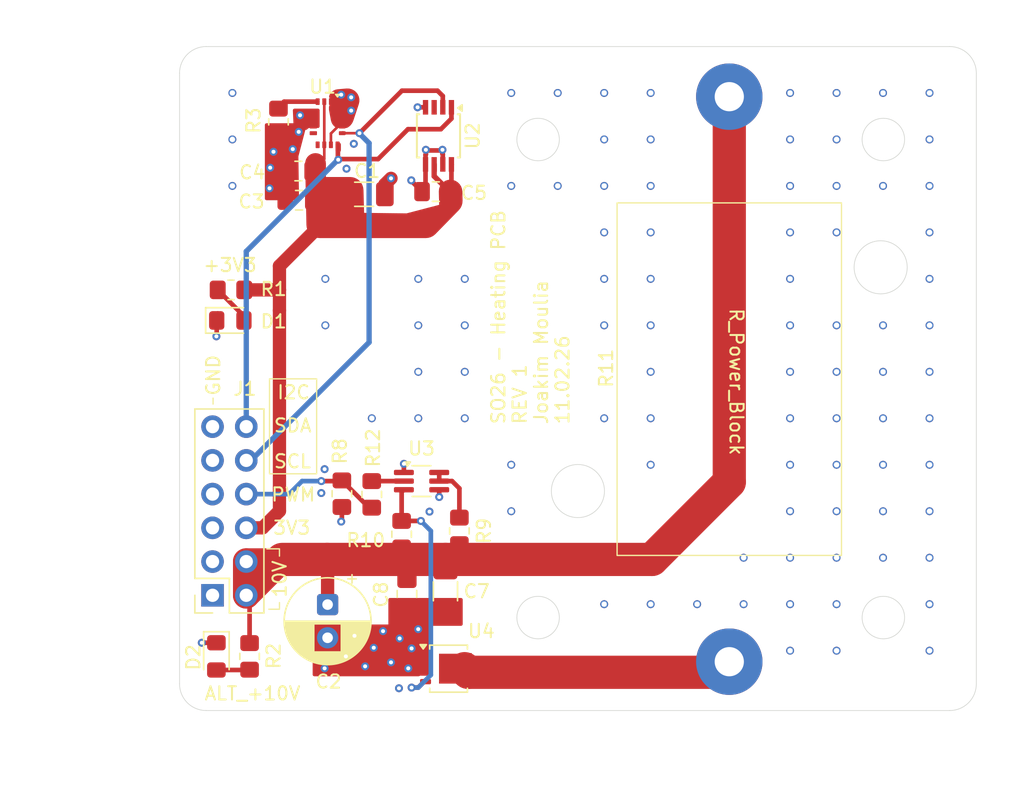
<source format=kicad_pcb>
(kicad_pcb (version 20241229) (generator "pcbnew") (generator_version "9.0")
  (title_block (title "SO26 Heating element") (date "2026-02-11") (rev "1") (company "Orbit NTNU"))
  (layers (0 "F.Cu" signal) (4 "In1.Cu" signal) (6 "In2.Cu" signal) (2 "B.Cu" signal) (13 "F.Paste" user) (15 "B.Paste" user) (5 "F.SilkS" user "F.Silkscreen") (7 "B.SilkS" user "B.Silkscreen") (1 "F.Mask" user) (3 "B.Mask" user) (25 "Edge.Cuts" user))
  (net 0 "")
  (net 1 "+3V3")
  (net 2 "GND")
  (net 3 "ALT_+10V")
  (net 4 "Net-(D1-A)")
  (net 5 "Net-(D2-A)")
  (net 6 "/PWM_HEATER")
  (net 7 "/I2C_SCL")
  (net 8 "/I2C_SDA")
  (net 9 "Net-(U1-REXT)")
  (net 11 "Net-(U3-D1)")
  (net 12 "Net-(U3-D2)")
  (net 13 "Net-(U3-G1)")
  (net 14 "Net-(U4-D)")
  (footprint "Package_SO:TSSOP-8_3x3mm_P0.65mm" (layer "F.Cu") (at 51.275 38.5 -90)
    (property "Reference" "U2" (at 0 -2.575 270) (layer "F.SilkS"))
    (property "Value" "PCT2075")
    (pad "1" smd rect (at -2.15 -0.975 270) (size 1.1 0.4) (layers "F.Cu" "F.Mask" "F.Paste") (net 8 "/I2C_SDA"))
    (pad "2" smd rect (at -2.15 -0.325 270) (size 1.1 0.4) (layers "F.Cu" "F.Mask" "F.Paste") (net 7 "/I2C_SCL"))
    (pad "3" smd rect (at -2.15 0.325 270) (size 1.1 0.4) (layers "F.Cu" "F.Mask" "F.Paste"))
    (pad "4" smd rect (at -2.15 0.975 270) (size 1.1 0.4) (layers "F.Cu" "F.Mask" "F.Paste") (net 2 "GND"))
    (pad "5" smd rect (at 2.15 0.975 270) (size 1.1 0.4) (layers "F.Cu" "F.Mask" "F.Paste") (net 2 "GND"))
    (pad "6" smd rect (at 2.15 0.325 270) (size 1.1 0.4) (layers "F.Cu" "F.Mask" "F.Paste") (net 1 "+3V3"))
    (pad "7" smd rect (at 2.15 -0.325 270) (size 1.1 0.4) (layers "F.Cu" "F.Mask" "F.Paste") (net 2 "GND"))
    (pad "8" smd rect (at 2.15 -0.975 270) (size 1.1 0.4) (layers "F.Cu" "F.Mask" "F.Paste") (net 1 "+3V3"))
  )
  (footprint "MyFootprints:R_Power_Block_27x17_Pxx" (layer "F.Cu") (at 73.175 35.55 -90)
    (property "Reference" "R11" (at 20.45 9.275 90) (layer "F.SilkS"))
    (property "Value" "5R")
    (fp_circle (center 29.7 11.4) (end 31.7 11.4) (stroke (width 0.05)) (fill no) (layer "Edge.Cuts"))
    (fp_circle (center 12.85 -11.4) (end 14.85 -11.4) (stroke (width 0.05)) (fill no) (layer "Edge.Cuts"))
    (fp_text user "R_Power_Block" (at 15.85 0.05 270) (layer "F.SilkS") (effects (justify left bottom)))
    (pad "1" thru_hole circle (at 0 0 270) (size 5 5) (drill 2.2) (layers "*.Cu" "*.Mask") (net 3 "ALT_+10V"))
    (pad "2" thru_hole circle (at 42.55 0 270) (size 5 5) (drill 2.2) (layers "*.Cu" "*.Mask") (net 14 "Net-(U4-D)"))
  )
  (footprint "Capacitor_SMD:C_0805_2012Metric_Pad1.18x1.45mm_HandSolder" (layer "F.Cu") (at 51.075 42.7)
    (property "Reference" "C5" (at 2.875 0.1 0) (layer "F.SilkS"))
    (property "Value" "100n")
    (pad "1" smd roundrect (at -1.0375 0) (size 1.175 1.45) (layers "F.Cu" "F.Mask" "F.Paste") (roundrect_rratio 0.212766) (net 2 "GND"))
    (pad "2" smd roundrect (at 1.0375 0) (size 1.175 1.45) (layers "F.Cu" "F.Mask" "F.Paste") (roundrect_rratio 0.212766) (net 1 "+3V3"))
  )
  (footprint "Capacitor_THT:CP_Radial_D6.3mm_P2.50mm" (layer "F.Cu") (at 42.924819 73.8 -90)
    (property "Reference" "C2" (at 5.8 -0.075181 180) (layer "F.SilkS"))
    (property "Value" "100u")
    (pad "1" thru_hole roundrect (at 0 0 270) (size 1.6 1.6) (drill 0.8) (layers "*.Cu" "*.Mask") (roundrect_rratio 0.15625) (net 3 "ALT_+10V"))
    (pad "2" thru_hole circle (at 2.5 0 270) (size 1.6 1.6) (drill 0.8) (layers "*.Cu" "*.Mask") (net 2 "GND"))
  )
  (footprint "Resistor_SMD:R_0805_2012Metric_Pad1.20x1.40mm_HandSolder" (layer "F.Cu") (at 44 65.45 -90)
    (property "Reference" "R8" (at -3.2 0.15 90) (layer "F.SilkS"))
    (property "Value" "10k")
    (pad "1" smd roundrect (at -1 0 270) (size 1.2 1.4) (layers "F.Cu" "F.Mask" "F.Paste") (roundrect_rratio 0.208333) (net 6 "/PWM_HEATER"))
    (pad "2" smd roundrect (at 1 0 270) (size 1.2 1.4) (layers "F.Cu" "F.Mask" "F.Paste") (roundrect_rratio 0.208333) (net 2 "GND"))
  )
  (footprint "Package_TO_SOT_SMD:SOT-363_SC-70-6_Handsoldering" (layer "F.Cu") (at 50 64.5)
    (property "Reference" "U3" (at 0 -2.45 0) (layer "F.SilkS"))
    (property "Value" "NTJD5121NT1G")
    (pad "1" smd roundrect (at -1.33 -0.65) (size 1.5 0.4) (layers "F.Cu" "F.Mask" "F.Paste") (net 2 "GND"))
    (pad "2" smd roundrect (at -1.33 0) (size 1.5 0.4) (layers "F.Cu" "F.Mask" "F.Paste") (net 13 "Net-(U3-G1)"))
    (pad "3" smd roundrect (at -1.33 0.65) (size 1.5 0.4) (layers "F.Cu" "F.Mask" "F.Paste") (net 12 "Net-(U3-D2)"))
    (pad "4" smd roundrect (at 1.33 0.65) (size 1.5 0.4) (layers "F.Cu" "F.Mask" "F.Paste") (net 2 "GND"))
    (pad "5" smd roundrect (at 1.33 0) (size 1.5 0.4) (layers "F.Cu" "F.Mask" "F.Paste") (net 11 "Net-(U3-D1)"))
    (pad "6" smd roundrect (at 1.33 -0.65) (size 1.5 0.4) (layers "F.Cu" "F.Mask" "F.Paste") (net 11 "Net-(U3-D1)"))
  )
  (footprint "Capacitor_SMD:C_0805_2012Metric_Pad1.18x1.45mm_HandSolder" (layer "F.Cu") (at 40.725 41.15)
    (property "Reference" "C4" (at -3.475 0.1 0) (layer "F.SilkS"))
    (property "Value" "100n")
    (pad "1" smd roundrect (at -1.0375 0) (size 1.175 1.45) (layers "F.Cu" "F.Mask" "F.Paste") (roundrect_rratio 0.212766) (net 2 "GND"))
    (pad "2" smd roundrect (at 1.0375 0) (size 1.175 1.45) (layers "F.Cu" "F.Mask" "F.Paste") (roundrect_rratio 0.212766) (net 1 "+3V3"))
  )
  (footprint "LED_SMD:LED_0805_2012Metric_Pad1.15x1.40mm_HandSolder" (layer "F.Cu") (at 34.55 77.7 -90)
    (property "Reference" "D2" (at 0.0748 1.7332 270) (layer "F.SilkS"))
    (property "Value" "LED_PWR")
    (pad "1" smd roundrect (at -1.025 0 270) (size 1.15 1.4) (layers "F.Cu" "F.Mask" "F.Paste") (roundrect_rratio 0.217391) (net 2 "GND"))
    (pad "2" smd roundrect (at 1.025 0 270) (size 1.15 1.4) (layers "F.Cu" "F.Mask" "F.Paste") (roundrect_rratio 0.217391) (net 5 "Net-(D2-A)"))
  )
  (footprint "Resistor_SMD:R_0805_2012Metric_Pad1.20x1.40mm_HandSolder" (layer "F.Cu") (at 52.85 68.25 -90)
    (property "Reference" "R9" (at 0 -1.85 90) (layer "F.SilkS"))
    (property "Value" "10k")
    (pad "1" smd roundrect (at -1 0 270) (size 1.2 1.4) (layers "F.Cu" "F.Mask" "F.Paste") (roundrect_rratio 0.208333) (net 11 "Net-(U3-D1)"))
    (pad "2" smd roundrect (at 1 0 270) (size 1.2 1.4) (layers "F.Cu" "F.Mask" "F.Paste") (roundrect_rratio 0.208333) (net 3 "ALT_+10V"))
  )
  (footprint "Resistor_SMD:R_0805_2012Metric_Pad1.20x1.40mm_HandSolder" (layer "F.Cu") (at 48.5 68.5 90)
    (property "Reference" "R10" (at -0.45 -2.7 180) (layer "F.SilkS"))
    (property "Value" "10k")
    (pad "1" smd roundrect (at -1 0 90) (size 1.2 1.4) (layers "F.Cu" "F.Mask" "F.Paste") (roundrect_rratio 0.208333) (net 3 "ALT_+10V"))
    (pad "2" smd roundrect (at 1 0 90) (size 1.2 1.4) (layers "F.Cu" "F.Mask" "F.Paste") (roundrect_rratio 0.208333) (net 12 "Net-(U3-D2)"))
  )
  (footprint "Capacitor_SMD:C_1206_3216Metric_Pad1.33x1.80mm_HandSolder" (layer "F.Cu") (at 45.675 42.9)
    (property "Reference" "C1" (at 0.225 -1.75 0) (layer "F.SilkS"))
    (property "Value" "10u")
    (pad "1" smd roundrect (at -1.5625 0) (size 1.325 1.8) (layers "F.Cu" "F.Mask" "F.Paste") (roundrect_rratio 0.188679) (net 1 "+3V3"))
    (pad "2" smd roundrect (at 1.5625 0) (size 1.325 1.8) (layers "F.Cu" "F.Mask" "F.Paste") (roundrect_rratio 0.188679) (net 2 "GND"))
  )
  (footprint "LED_SMD:LED_0805_2012Metric_Pad1.15x1.40mm_HandSolder" (layer "F.Cu") (at 35.6 52.4)
    (property "Reference" "D1" (at 3.262 0.0764 0) (layer "F.SilkS"))
    (property "Value" "LED_PWR")
    (pad "1" smd roundrect (at -1.025 0) (size 1.15 1.4) (layers "F.Cu" "F.Mask" "F.Paste") (roundrect_rratio 0.217391) (net 2 "GND"))
    (pad "2" smd roundrect (at 1.025 0) (size 1.15 1.4) (layers "F.Cu" "F.Mask" "F.Paste") (roundrect_rratio 0.217391) (net 4 "Net-(D1-A)"))
  )
  (footprint "MyFootprints:UV_sensor" (layer "F.Cu") (at 41.625 39.375)
    (property "Reference" "U1" (at 0.925 -4.575 0) (layer "F.SilkS"))
    (property "Value" "AS7331")
    (pad "1" smd roundrect (at 2.049999 -3.45) (size 0.299998 0.5) (layers "F.Cu" "F.Mask" "F.Paste") (roundrect_rratio 0.15) (net 2 "GND"))
    (pad "2" smd roundrect (at 1.55 -3.45) (size 0.3 0.5) (layers "F.Cu" "F.Mask" "F.Paste") (roundrect_rratio 0.15) (net 2 "GND"))
    (pad "3" smd roundrect (at 1.05 -3.45) (size 0.3 0.5) (layers "F.Cu" "F.Mask" "F.Paste") (roundrect_rratio 0.15) (net 1 "+3V3"))
    (pad "4" smd roundrect (at 0.55 -3.45) (size 0.3 0.5) (layers "F.Cu" "F.Mask" "F.Paste") (roundrect_rratio 0.15) (net 9 "Net-(U1-REXT)"))
    (pad "5" smd roundrect (at 0.225 -2.574998 90) (size 0.299996 0.55) (layers "F.Cu" "F.Mask" "F.Paste") (roundrect_rratio 0.15) (net 2 "GND"))
    (pad "6" smd roundrect (at 0.225 -2.075 90) (size 0.3 0.55) (layers "F.Cu" "F.Mask" "F.Paste") (roundrect_rratio 0.15) (net 2 "GND"))
    (pad "7" smd roundrect (at 0.225 -1.575 90) (size 0.3 0.55) (layers "F.Cu" "F.Mask" "F.Paste") (roundrect_rratio 0.15) (net 2 "GND"))
    (pad "8" smd roundrect (at 0.225 -1.075 90) (size 0.3 0.55) (layers "F.Cu" "F.Mask" "F.Paste") (roundrect_rratio 0.15))
    (pad "9" smd roundrect (at 0.55 -0.2) (size 0.3 0.5) (layers "F.Cu" "F.Mask" "F.Paste") (roundrect_rratio 0.15))
    (pad "10" smd roundrect (at 1.049999 -0.2) (size 0.299998 0.5) (layers "F.Cu" "F.Mask" "F.Paste") (roundrect_rratio 0.15) (net 1 "+3V3"))
    (pad "11" smd roundrect (at 1.55 -0.2) (size 0.3 0.5) (layers "F.Cu" "F.Mask" "F.Paste") (roundrect_rratio 0.15) (net 2 "GND"))
    (pad "12" smd roundrect (at 2.05 -0.2) (size 0.3 0.5) (layers "F.Cu" "F.Mask" "F.Paste") (roundrect_rratio 0.15) (net 8 "/I2C_SDA"))
    (pad "13" smd roundrect (at 2.399999 -1.074998 90) (size 0.299996 0.499998) (layers "F.Cu" "F.Mask" "F.Paste") (roundrect_rratio 0.15) (net 7 "/I2C_SCL"))
    (pad "14" smd roundrect (at 2.399999 -1.574998 90) (size 0.299996 0.499998) (layers "F.Cu" "F.Mask" "F.Paste") (roundrect_rratio 0.15) (net 2 "GND"))
    (pad "15" smd roundrect (at 2.4 -2.074999 90) (size 0.299998 0.5) (layers "F.Cu" "F.Mask" "F.Paste") (roundrect_rratio 0.15) (net 2 "GND"))
    (pad "16" smd roundrect (at 2.4 -2.575 90) (size 0.3 0.5) (layers "F.Cu" "F.Mask" "F.Paste") (roundrect_rratio 0.15) (net 2 "GND"))
  )
  (footprint "Capacitor_SMD:C_1206_3216Metric_Pad1.33x1.80mm_HandSolder" (layer "F.Cu") (at 51.8 72.8 -90)
    (property "Reference" "C7" (at 0 -2.35 180) (layer "F.SilkS"))
    (property "Value" "10u")
    (pad "1" smd roundrect (at -1.5625 0 270) (size 1.325 1.8) (layers "F.Cu" "F.Mask" "F.Paste") (roundrect_rratio 0.188679) (net 3 "ALT_+10V"))
    (pad "2" smd roundrect (at 1.5625 0 270) (size 1.325 1.8) (layers "F.Cu" "F.Mask" "F.Paste") (roundrect_rratio 0.188679) (net 2 "GND"))
  )
  (footprint "Capacitor_SMD:C_0805_2012Metric_Pad1.18x1.45mm_HandSolder" (layer "F.Cu") (at 40.775 43.35 180)
    (property "Reference" "C3" (at 3.575 -0.1 0) (layer "F.SilkS"))
    (property "Value" "100n")
    (pad "1" smd roundrect (at -1.0375 0 180) (size 1.175 1.45) (layers "F.Cu" "F.Mask" "F.Paste") (roundrect_rratio 0.212766) (net 1 "+3V3"))
    (pad "2" smd roundrect (at 1.0375 0 180) (size 1.175 1.45) (layers "F.Cu" "F.Mask" "F.Paste") (roundrect_rratio 0.212766) (net 2 "GND"))
  )
  (footprint "Capacitor_SMD:C_0805_2012Metric_Pad1.18x1.45mm_HandSolder" (layer "F.Cu") (at 48.9 73 -90)
    (property "Reference" "C8" (at 0.05 1.95 270) (layer "F.SilkS"))
    (property "Value" "100n")
    (pad "1" smd roundrect (at -1.0375 0 270) (size 1.175 1.45) (layers "F.Cu" "F.Mask" "F.Paste") (roundrect_rratio 0.212766) (net 3 "ALT_+10V"))
    (pad "2" smd roundrect (at 1.0375 0 270) (size 1.175 1.45) (layers "F.Cu" "F.Mask" "F.Paste") (roundrect_rratio 0.212766) (net 2 "GND"))
  )
  (footprint "Connector_PinSocket_2.54mm:PinSocket_2x06_P2.54mm_Vertical" (layer "F.Cu") (at 34.26 73.1 180)
    (property "Reference" "J1" (at -2.44 15.55 0) (layer "F.SilkS"))
    (property "Value" "Conn_02x06_Odd_Even")
    (pad "1" thru_hole rect (at 0 0 180) (size 1.7 1.7) (drill 1) (layers "*.Cu" "*.Mask") (net 2 "GND"))
    (pad "2" thru_hole circle (at -2.54 0 180) (size 1.7 1.7) (drill 1) (layers "*.Cu" "*.Mask") (net 3 "ALT_+10V"))
    (pad "3" thru_hole circle (at 0 2.54 180) (size 1.7 1.7) (drill 1) (layers "*.Cu" "*.Mask") (net 2 "GND"))
    (pad "4" thru_hole circle (at -2.54 2.54 180) (size 1.7 1.7) (drill 1) (layers "*.Cu" "*.Mask") (net 3 "ALT_+10V"))
    (pad "5" thru_hole circle (at 0 5.08 180) (size 1.7 1.7) (drill 1) (layers "*.Cu" "*.Mask") (net 2 "GND"))
    (pad "6" thru_hole circle (at -2.54 5.08 180) (size 1.7 1.7) (drill 1) (layers "*.Cu" "*.Mask") (net 1 "+3V3"))
    (pad "7" thru_hole circle (at 0 7.62 180) (size 1.7 1.7) (drill 1) (layers "*.Cu" "*.Mask") (net 2 "GND"))
    (pad "8" thru_hole circle (at -2.54 7.62 180) (size 1.7 1.7) (drill 1) (layers "*.Cu" "*.Mask") (net 6 "/PWM_HEATER"))
    (pad "9" thru_hole circle (at 0 10.16 180) (size 1.7 1.7) (drill 1) (layers "*.Cu" "*.Mask") (net 2 "GND"))
    (pad "10" thru_hole circle (at -2.54 10.16 180) (size 1.7 1.7) (drill 1) (layers "*.Cu" "*.Mask") (net 7 "/I2C_SCL"))
    (pad "11" thru_hole circle (at 0 12.7 180) (size 1.7 1.7) (drill 1) (layers "*.Cu" "*.Mask") (net 2 "GND"))
    (pad "12" thru_hole circle (at -2.54 12.7 180) (size 1.7 1.7) (drill 1) (layers "*.Cu" "*.Mask") (net 8 "/I2C_SDA"))
  )
  (footprint "Package_TO_SOT_SMD:LFPAK33" (layer "F.Cu") (at 51.835 78.625)
    (property "Reference" "U4" (at 2.665 -2.825 0) (layer "F.SilkS"))
    (property "Value" "PXN6R2-25QLJ")
    (pad "1" smd roundrect (at -1.535 -0.975) (size 0.83 0.4) (layers "F.Cu" "F.Mask") (net 2 "GND"))
    (pad "2" smd roundrect (at -1.535 -0.325) (size 0.83 0.4) (layers "F.Cu" "F.Mask") (net 2 "GND"))
    (pad "3" smd roundrect (at -1.535 0.325) (size 0.83 0.4) (layers "F.Cu" "F.Mask") (net 2 "GND"))
    (pad "4" smd roundrect (at -1.535 0.975) (size 0.83 0.4) (layers "F.Cu" "F.Mask") (net 12 "Net-(U3-D2)"))
    (pad "5" smd custom (at 0.405 0) (size 1.85 2.25) (layers "F.Cu" "F.Mask") (net 14 "Net-(U4-D)") (options (clearance outline) (anchor rect)) (primitives (gr_poly (pts (xy 1.545 -0.775) (xy 0.925 -0.775) (xy 0.925 -1.175) (xy 1.545 -1.175)) (width 0) (fill yes)) (gr_poly (pts (xy 1.545 -0.125) (xy 0.925 -0.125) (xy 0.925 -0.525) (xy 1.545 -0.525)) (width 0) (fill yes)) (gr_poly (pts (xy 1.545 0.525) (xy 0.925 0.525) (xy 0.925 0.125) (xy 1.545 0.125)) (width 0) (fill yes)) (gr_poly (pts (xy 1.545 1.175) (xy 0.925 1.175) (xy 0.925 0.775) (xy 1.545 0.775)) (width 0) (fill yes))))
  )
  (footprint "Resistor_SMD:R_0805_2012Metric_Pad1.20x1.40mm_HandSolder" (layer "F.Cu") (at 39.225 37.45 -90)
    (property "Reference" "R3" (at -0.1 1.875 90) (layer "F.SilkS"))
    (property "Value" "3.3Meg")
    (pad "1" smd roundrect (at -1 0 270) (size 1.2 1.4) (layers "F.Cu" "F.Mask" "F.Paste") (roundrect_rratio 0.208333) (net 9 "Net-(U1-REXT)"))
    (pad "2" smd roundrect (at 1 0 270) (size 1.2 1.4) (layers "F.Cu" "F.Mask" "F.Paste") (roundrect_rratio 0.208333) (net 2 "GND"))
  )
  (footprint "Resistor_SMD:R_0805_2012Metric_Pad1.20x1.40mm_HandSolder" (layer "F.Cu") (at 46.25 65.5 90)
    (property "Reference" "R12" (at 3.5 0.1 270) (layer "F.SilkS"))
    (property "Value" "10k")
    (pad "1" smd roundrect (at -1 0 90) (size 1.2 1.4) (layers "F.Cu" "F.Mask" "F.Paste") (roundrect_rratio 0.208333) (net 6 "/PWM_HEATER"))
    (pad "2" smd roundrect (at 1 0 90) (size 1.2 1.4) (layers "F.Cu" "F.Mask" "F.Paste") (roundrect_rratio 0.208333) (net 13 "Net-(U3-G1)"))
  )
  (footprint "Resistor_SMD:R_0805_2012Metric_Pad1.20x1.40mm_HandSolder" (layer "F.Cu") (at 37.05 77.7 90)
    (property "Reference" "R2" (at 0.0268 1.812 270) (layer "F.SilkS"))
    (property "Value" "10k")
    (pad "1" smd roundrect (at -1 0 90) (size 1.2 1.4) (layers "F.Cu" "F.Mask" "F.Paste") (roundrect_rratio 0.208333) (net 5 "Net-(D2-A)"))
    (pad "2" smd roundrect (at 1 0 90) (size 1.2 1.4) (layers "F.Cu" "F.Mask" "F.Paste") (roundrect_rratio 0.208333) (net 3 "ALT_+10V"))
  )
  (footprint "Resistor_SMD:R_0805_2012Metric_Pad1.20x1.40mm_HandSolder" (layer "F.Cu") (at 35.65 50.1)
    (property "Reference" "R1" (at 3.212 -0.062 180) (layer "F.SilkS"))
    (property "Value" "10k")
    (pad "1" smd roundrect (at -1 0) (size 1.2 1.4) (layers "F.Cu" "F.Mask" "F.Paste") (roundrect_rratio 0.208333) (net 4 "Net-(D1-A)"))
    (pad "2" smd roundrect (at 1 0) (size 1.2 1.4) (layers "F.Cu" "F.Mask" "F.Paste") (roundrect_rratio 0.208333) (net 1 "+3V3"))
  )
  (gr_line (start 34.3 58.25) (end 34.3 58.7) (stroke (width 0.1)) (layer "F.SilkS"))
  (gr_line (start 39.3 70.15) (end 39.3 69.6) (stroke (width 0.1)) (layer "F.SilkS"))
  (gr_rect (start 38.55 56.8) (end 42.1 63.95) (stroke (width 0.1)) (fill no) (layer "F.SilkS"))
  (gr_line (start 39.25 69.6) (end 38.35 69.6) (stroke (width 0.1)) (layer "F.SilkS"))
  (gr_line (start 39.3 73.65) (end 39.3 74.1) (stroke (width 0.1)) (layer "F.SilkS"))
  (gr_line (start 39.3 74.15) (end 38.5 74.15) (stroke (width 0.1)) (layer "F.SilkS"))
  (gr_arc (start 89.777251 31.777251) (mid 91.191478 32.363023) (end 91.777251 33.777251) (stroke (width 0.05)) (layer "Edge.Cuts"))
  (gr_arc (start 31.777251 33.777251) (mid 32.363037 32.363037) (end 33.777251 31.777251) (stroke (width 0.05)) (layer "Edge.Cuts"))
  (gr_arc (start 33.777251 81.777251) (mid 32.363036 81.191465) (end 31.777251 79.777251) (stroke (width 0.05)) (layer "Edge.Cuts"))
  (gr_circle (center 84.777251 74.777251) (end 86.377251 74.777251) (stroke (width 0.05)) (fill no) (layer "Edge.Cuts"))
  (gr_arc (start 91.777251 79.777251) (mid 91.191465 81.191465) (end 89.777251 81.777251) (stroke (width 0.05)) (layer "Edge.Cuts"))
  (gr_line (start 91.777251 33.777251) (end 91.777251 79.777251) (stroke (width 0.05)) (layer "Edge.Cuts"))
  (gr_circle (center 84.777251 38.777251) (end 86.377251 38.777251) (stroke (width 0.05)) (fill no) (layer "Edge.Cuts"))
  (gr_circle (center 58.777251 38.777251) (end 60.377251 38.777251) (stroke (width 0.05)) (fill no) (layer "Edge.Cuts"))
  (gr_circle (center 58.777251 74.777251) (end 60.377251 74.777251) (stroke (width 0.05)) (fill no) (layer "Edge.Cuts"))
  (gr_line (start 31.777251 79.777251) (end 31.777251 33.777251) (stroke (width 0.05)) (layer "Edge.Cuts"))
  (gr_line (start 33.777251 31.777251) (end 89.777251 31.777251) (stroke (width 0.05)) (layer "Edge.Cuts"))
  (gr_line (start 89.777251 81.777251) (end 33.777251 81.777251) (stroke (width 0.05)) (layer "Edge.Cuts"))
  (gr_text "I2C" (at 39.05 58.4 0) (layer "F.SilkS") (effects (font (size 1 1)) (justify left bottom)))
  (gr_text "ALT_+10V" (at 33.5788 81.0768 0) (layer "F.SilkS") (effects (font (size 1 1)) (justify left bottom)))
  (gr_text "PWM" (at 38.6 66.1 0) (layer "F.SilkS") (effects (font (size 1 1)) (justify left bottom)))
  (gr_text "3V3" (at 38.75 68.6 0) (layer "F.SilkS") (effects (font (size 1 1)) (justify left bottom)))
  (gr_text "GND" (at 34.9 58.15 90) (layer "F.SilkS") (effects (font (size 1 1)) (justify left bottom)))
  (gr_text "10V" (at 39.9 73.35 90) (layer "F.SilkS") (effects (font (size 1 1)) (justify left bottom)))
  (gr_text "+3V3" (at 33.4772 48.8188 0) (layer "F.SilkS") (effects (font (size 1 1)) (justify left bottom)))
  (gr_text "SO26 - Heating PCB\nREV 1\nJoakim Moulia\n11.02.26" (at 61.2 60.3 90) (layer "F.SilkS") (effects (font (size 1 1)) (justify left bottom)))
  (gr_text "SDA" (at 38.8 60.9 0) (layer "F.SilkS") (effects (font (size 1 1)) (justify left bottom)))
  (gr_text "SCL" (at 38.8 63.6 0) (layer "F.SilkS") (effects (font (size 1 1)) (justify left bottom)))
  (segment (start 41.8125 41.2) (end 41.7625 41.15) (width 1) (layer "F.Cu") (net 1))
  (segment (start 39.3 50.1) (end 39.3 48.3) (width 1) (layer "F.Cu") (net 1))
  (segment (start 39.3 66.75) (end 38.03 68.02) (width 1) (layer "F.Cu") (net 1))
  (segment (start 52.25 40.65) (end 52.275 40.675) (width 0.35) (layer "F.Cu") (net 1))
  (segment (start 52.25 40.65) (end 52.25 42.5625) (width 0.35) (layer "F.Cu") (net 1))
  (segment (start 42.674999 40.237501) (end 41.7625 41.15) (width 0.2) (layer "F.Cu") (net 1))
  (segment (start 38.03 68.02) (end 36.8 68.02) (width 1) (layer "F.Cu") (net 1))
  (segment (start 36.65 50.1) (end 39.3 50.1) (width 1) (layer "F.Cu") (net 1))
  (segment (start 42.674999 39.175) (end 42.675 35.925) (width 0.2) (layer "F.Cu") (net 1))
  (segment (start 39.3 48.3) (end 42.4 45.2) (width 1) (layer "F.Cu") (net 1))
  (segment (start 50.95 41.5375) (end 52.1125 42.7) (width 0.4) (layer "F.Cu") (net 1))
  (segment (start 42.674999 39.175) (end 42.674999 40.237501) (width 0.2) (layer "F.Cu") (net 1))
  (segment (start 39.3 51.65) (end 39.3 50.1) (width 1) (layer "F.Cu") (net 1))
  (segment (start 39.3 51.65) (end 39.3 66.75) (width 1) (layer "F.Cu") (net 1))
  (segment (start 52.25 42.5625) (end 52.1125 42.7) (width 0.35) (layer "F.Cu") (net 1))
  (segment (start 50.95 40.65) (end 50.95 41.5375) (width 0.4) (layer "F.Cu") (net 1))
  (segment (start 43.175 38.325) (end 43.699998 37.800002) (width 0.2) (layer "F.Cu") (net 2))
  (segment (start 49.225 41.85) (end 49.225 41.8875) (width 0.35) (layer "F.Cu") (net 2))
  (segment (start 49.225 41.8875) (end 50.0375 42.7) (width 0.35) (layer "F.Cu") (net 2))
  (segment (start 48.67 63.2) (end 48.67 63.85) (width 0.35) (layer "F.Cu") (net 2))
  (segment (start 47.7 41.7) (end 47.2375 42.1625) (width 1) (layer "F.Cu") (net 2))
  (segment (start 51.575 39.55) (end 51.575 39.85) (width 0.35) (layer "F.Cu") (net 2))
  (segment (start 50.3 36.35) (end 49.7 36.35) (width 0.35) (layer "F.Cu") (net 2))
  (segment (start 51.525 39.6) (end 50.375 39.6) (width 0.35) (layer "F.Cu") (net 2))
  (segment (start 51.575 39.55) (end 51.525 39.6) (width 0.35) (layer "F.Cu") (net 2))
  (segment (start 50.3 39.925) (end 50.3 40.65) (width 0.35) (layer "F.Cu") (net 2))
  (segment (start 39.7375 43.35) (end 39.7375 41.2) (width 1) (layer "F.Cu") (net 2))
  (segment (start 39.7375 41.2) (end 39.6875 41.15) (width 1) (layer "F.Cu") (net 2))
  (segment (start 51.6 39.875) (end 51.6 40.65) (width 0.35) (layer "F.Cu") (net 2))
  (segment (start 34.575 53.575) (end 34.55 53.6) (width 0.35) (layer "F.Cu") (net 2))
  (segment (start 34.65 51.8) (end 34.65 51.925) (width 0.2) (layer "F.Cu") (net 2))
  (segment (start 50.3 40.65) (end 50.3 42.4375) (width 0.35) (layer "F.Cu") (net 2))
  (segment (start 34.575 52.4) (end 34.575 53.575) (width 0.35) (layer "F.Cu") (net 2))
  (segment (start 43.699998 37.800002) (end 44.024999 37.800002) (width 0.2) (layer "F.Cu") (net 2))
  (segment (start 33.45 76.675) (end 34.55 76.675) (width 0.35) (layer "F.Cu") (net 2))
  (segment (start 47.2375 42.1625) (end 47.2375 42.9) (width 1) (layer "F.Cu") (net 2))
  (segment (start 51.575 39.85) (end 51.6 39.875) (width 0.35) (layer "F.Cu") (net 2))
  (segment (start 43.175 39.175) (end 43.175 38.325) (width 0.2) (layer "F.Cu") (net 2))
  (segment (start 44 66.45) (end 44 67.5) (width 0.35) (layer "F.Cu") (net 2))
  (segment (start 44 67.5) (end 43.95 67.55) (width 0.35) (layer "F.Cu") (net 2))
  (segment (start 50.325 39.55) (end 50.325 39.9) (width 0.35) (layer "F.Cu") (net 2))
  (segment (start 50.375 39.6) (end 50.325 39.55) (width 0.35) (layer "F.Cu") (net 2))
  (segment (start 50.3 42.4375) (end 50.0375 42.7) (width 0.35) (layer "F.Cu") (net 2))
  (segment (start 50.325 39.9) (end 50.3 39.925) (width 0.35) (layer "F.Cu") (net 2))
  (segment (start 51.33 65.7) (end 51.33 65.15) (width 0.35) (layer "F.Cu") (net 2))
  (via (at 70.754405 73.77) (size 0.6) (drill 0.4) (layers "F.Cu" "B.Cu") (net 2))
  (via (at 42.45 65.4) (size 0.6) (drill 0.3) (layers "F.Cu" "B.Cu") (net 2))
  (via (at 40.85 36.95) (size 0.6) (drill 0.3) (layers "F.Cu" "B.Cu") (net 2))
  (via (at 88.254405 73.77) (size 0.6) (drill 0.4) (layers "F.Cu" "B.Cu") (net 2))
  (via (at 84.754405 63.27) (size 0.6) (drill 0.4) (layers "F.Cu" "B.Cu") (net 2))
  (via (at 81.254405 38.77) (size 0.6) (drill 0.4) (layers "F.Cu" "B.Cu") (net 2))
  (via (at 48.3 80.1) (size 0.6) (drill 0.3) (layers "F.Cu" "B.Cu") (net 2))
  (via (at 56.754405 42.27) (size 0.6) (drill 0.4) (layers "F.Cu" "B.Cu") (net 2))
  (via (at 44.95 76.15) (size 0.6) (drill 0.3) (layers "F.Cu" "B.Cu") (net 2))
  (via (at 81.254405 73.77) (size 0.6) (drill 0.4) (layers "F.Cu" "B.Cu") (net 2))
  (via (at 88.254405 45.77) (size 0.6) (drill 0.4) (layers "F.Cu" "B.Cu") (net 2))
  (via (at 42.7 78.6) (size 0.6) (drill 0.3) (layers "F.Cu" "B.Cu") (net 2))
  (via (at 49.75 75.65) (size 0.6) (drill 0.3) (layers "F.Cu" "B.Cu") (net 2))
  (via (at 77.754405 38.77) (size 0.6) (drill 0.4) (layers "F.Cu" "B.Cu") (net 2))
  (via (at 74.254405 73.77) (size 0.6) (drill 0.4) (layers "F.Cu" "B.Cu") (net 2))
  (via (at 77.754405 49.27) (size 0.6) (drill 0.4) (layers "F.Cu" "B.Cu") (net 2))
  (via (at 81.254405 63.27) (size 0.6) (drill 0.4) (layers "F.Cu" "B.Cu") (net 2))
  (via (at 43.95 35.4) (size 0.6) (drill 0.3) (layers "F.Cu" "B.Cu") (net 2))
  (via (at 42.754405 52.77) (size 0.6) (drill 0.4) (layers "F.Cu" "B.Cu") (net 2))
  (via (at 67.254405 56.27) (size 0.6) (drill 0.4) (layers "F.Cu" "B.Cu") (net 2))
  (via (at 84.754405 35.27) (size 0.6) (drill 0.4) (layers "F.Cu" "B.Cu") (net 2))
  (via (at 77.754405 56.27) (size 0.6) (drill 0.4) (layers "F.Cu" "B.Cu") (net 2))
  (via (at 81.254405 66.77) (size 0.6) (drill 0.4) (layers "F.Cu" "B.Cu") (net 2))
  (via (at 77.754405 66.77) (size 0.6) (drill 0.4) (layers "F.Cu" "B.Cu") (net 2))
  (via (at 48.67 63.2) (size 0.6) (drill 0.3) (layers "F.Cu" "B.Cu") (net 2))
  (via (at 49 78.6) (size 0.6) (drill 0.3) (layers "F.Cu" "B.Cu") (net 2))
  (via (at 63.754405 59.77) (size 0.6) (drill 0.4) (layers "F.Cu" "B.Cu") (net 2))
  (via (at 81.254405 70.27) (size 0.6) (drill 0.4) (layers "F.Cu" "B.Cu") (net 2))
  (via (at 81.254405 35.27) (size 0.6) (drill 0.4) (layers "F.Cu" "B.Cu") (net 2))
  (via (at 88.254405 77.27) (size 0.6) (drill 0.4) (layers "F.Cu" "B.Cu") (net 2))
  (via (at 88.254405 38.77) (size 0.6) (drill 0.4) (layers "F.Cu" "B.Cu") (net 2))
  (via (at 44.3 77.7) (size 0.6) (drill 0.3) (layers "F.Cu" "B.Cu") (net 2))
  (via (at 88.254405 70.27) (size 0.6) (drill 0.4) (layers "F.Cu" "B.Cu") (net 2))
  (via (at 33.45 76.675) (size 0.6) (drill 0.3) (layers "F.Cu" "B.Cu") (net 2))
  (via (at 49.754405 52.77) (size 0.6) (drill 0.4) (layers "F.Cu" "B.Cu") (net 2))
  (via (at 44.7 35.6) (size 0.6) (drill 0.3) (layers "F.Cu" "B.Cu") (net 2))
  (via (at 67.254405 35.27) (size 0.6) (drill 0.4) (layers "F.Cu" "B.Cu") (net 2))
  (via (at 51.575 39.55) (size 0.6) (drill 0.3) (layers "F.Cu" "B.Cu") (net 2))
  (via (at 77.754405 73.77) (size 0.6) (drill 0.4) (layers "F.Cu" "B.Cu") (net 2))
  (via (at 77.754405 45.77) (size 0.6) (drill 0.4) (layers "F.Cu" "B.Cu") (net 2))
  (via (at 67.254405 52.77) (size 0.6) (drill 0.4) (layers "F.Cu" "B.Cu") (net 2))
  (via (at 50.6 66.8) (size 0.6) (drill 0.3) (layers "F.Cu" "B.Cu") (net 2))
  (via (at 63.754405 35.27) (size 0.6) (drill 0.4) (layers "F.Cu" "B.Cu") (net 2))
  (via (at 44.9 39.1) (size 0.6) (drill 0.3) (layers "F.Cu" "B.Cu") (net 2))
  (via (at 51.33 65.7) (size 0.6) (drill 0.3) (layers "F.Cu" "B.Cu") (net 2))
  (via (at 49.7 36.35) (size 0.6) (drill 0.3) (layers "F.Cu" "B.Cu") (net 2))
  (via (at 44.7 36.6) (size 0.6) (drill 0.3) (layers "F.Cu" "B.Cu") (net 2))
  (via (at 47.1 75.8) (size 0.6) (drill 0.3) (layers "F.Cu" "B.Cu") (net 2))
  (via (at 48.35 76.35) (size 0.6) (drill 0.3) (layers "F.Cu" "B.Cu") (net 2))
  (via (at 56.754405 63.27) (size 0.6) (drill 0.4) (layers "F.Cu" "B.Cu") (net 2))
  (via (at 88.254405 52.77) (size 0.6) (drill 0.4) (layers "F.Cu" "B.Cu") (net 2))
  (via (at 81.254405 77.27) (size 0.6) (drill 0.4) (layers "F.Cu" "B.Cu") (net 2))
  (via (at 56.754405 35.27) (size 0.6) (drill 0.4) (layers "F.Cu" "B.Cu") (net 2))
  (via (at 81.254405 45.77) (size 0.6) (drill 0.4) (layers "F.Cu" "B.Cu") (net 2))
  (via (at 35.754405 35.27) (size 0.6) (drill 0.4) (layers "F.Cu" "B.Cu") (net 2))
  (via (at 34.55 53.6) (size 0.6) (drill 0.3) (layers "F.Cu" "B.Cu") (net 2))
  (via (at 84.754405 70.27) (size 0.6) (drill 0.4) (layers "F.Cu" "B.Cu") (net 2))
  (via (at 50.325 39.55) (size 0.6) (drill 0.3) (layers "F.Cu" "B.Cu") (net 2))
  (via (at 49.754405 59.77) (size 0.6) (drill 0.4) (layers "F.Cu" "B.Cu") (net 2))
  (via (at 84.754405 42.27) (size 0.6) (drill 0.4) (layers "F.Cu" "B.Cu") (net 2))
  (via (at 56.754405 66.77) (size 0.6) (drill 0.4) (layers "F.Cu" "B.Cu") (net 2))
  (via (at 67.254405 42.27) (size 0.6) (drill 0.4) (layers "F.Cu" "B.Cu") (net 2))
  (via (at 60.254405 42.27) (size 0.6) (drill 0.4) (layers "F.Cu" "B.Cu") (net 2))
  (via (at 67.254405 73.77) (size 0.6) (drill 0.4) (layers "F.Cu" "B.Cu") (net 2))
  (via (at 74.254405 70.27) (size 0.6) (drill 0.4) (layers "F.Cu" "B.Cu") (net 2))
  (via (at 84.754405 52.77) (size 0.6) (drill 0.4) (layers "F.Cu" "B.Cu") (net 2))
  (via (at 67.254405 45.77) (size 0.6) (drill 0.4) (layers "F.Cu" "B.Cu") (net 2))
  (via (at 47.7 41.7) (size 0.6) (drill 0.3) (layers "F.Cu" "B.Cu") (net 2))
  (via (at 43.95 67.55) (size 0.6) (drill 0.3) (layers "F.Cu" "B.Cu") (net 2))
  (via (at 42.7 63.6) (size 0.6) (drill 0.3) (layers "F.Cu" "B.Cu") (net 2))
  (via (at 63.754405 45.77) (size 0.6) (drill 0.4) (layers "F.Cu" "B.Cu") (net 2))
  (via (at 47.7 78.15) (size 0.6) (drill 0.3) (layers "F.Cu" "B.Cu") (net 2))
  (via (at 38.55 42.45) (size 0.6) (drill 0.3) (layers "F.Cu" "B.Cu") (net 2))
  (via (at 46.254405 59.77) (size 0.6) (drill 0.4) (layers "F.Cu" "B.Cu") (net 2))
  (via (at 63.754405 52.77) (size 0.6) (drill 0.4) (layers "F.Cu" "B.Cu") (net 2))
  (via (at 88.254405 66.77) (size 0.6) (drill 0.4) (layers "F.Cu" "B.Cu") (net 2))
  (via (at 67.254405 63.27) (size 0.6) (drill 0.4) (layers "F.Cu" "B.Cu") (net 2))
  (via (at 35.754405 38.77) (size 0.6) (drill 0.4) (layers "F.Cu" "B.Cu") (net 2))
  (via (at 38.6 40.9) (size 0.6) (drill 0.3) (layers "F.Cu" "B.Cu") (net 2))
  (via (at 53.254405 59.77) (size 0.6) (drill 0.4) (layers "F.Cu" "B.Cu") (net 2))
  (via (at 81.254405 56.27) (size 0.6) (drill 0.4) (layers "F.Cu" "B.Cu") (net 2))
  (via (at 88.254405 35.27) (size 0.6) (drill 0.4) (layers "F.Cu" "B.Cu") (net 2))
  (via (at 84.754405 66.77) (size 0.6) (drill 0.4) (layers "F.Cu" "B.Cu") (net 2))
  (via (at 81.254405 59.77) (size 0.6) (drill 0.4) (layers "F.Cu" "B.Cu") (net 2))
  (via (at 81.254405 42.27) (size 0.6) (drill 0.4) (layers "F.Cu" "B.Cu") (net 2))
  (via (at 77.754405 52.77) (size 0.6) (drill 0.4) (layers "F.Cu" "B.Cu") (net 2))
  (via (at 63.754405 42.27) (size 0.6) (drill 0.4) (layers "F.Cu" "B.Cu") (net 2))
  (via (at 67.254405 59.77) (size 0.6) (drill 0.4) (layers "F.Cu" "B.Cu") (net 2))
  (via (at 63.754405 38.77) (size 0.6) (drill 0.4) (layers "F.Cu" "B.Cu") (net 2))
  (via (at 67.254405 38.77) (size 0.6) (drill 0.4) (layers "F.Cu" "B.Cu") (net 2))
  (via (at 77.754405 59.77) (size 0.6) (drill 0.4) (layers "F.Cu" "B.Cu") (net 2))
  (via (at 49.225 41.85) (size 0.6) (drill 0.3) (layers "F.Cu" "B.Cu") (net 2))
  (via (at 88.254405 63.27) (size 0.6) (drill 0.4) (layers "F.Cu" "B.Cu") (net 2))
  (via (at 49.754405 56.27) (size 0.6) (drill 0.4) (layers "F.Cu" "B.Cu") (net 2))
  (via (at 53.254405 49.27) (size 0.6) (drill 0.4) (layers "F.Cu" "B.Cu") (net 2))
  (via (at 38.85 39.7) (size 0.6) (drill 0.3) (layers "F.Cu" "B.Cu") (net 2))
  (via (at 88.254405 56.27) (size 0.6) (drill 0.4) (layers "F.Cu" "B.Cu") (net 2))
  (via (at 77.754405 77.27) (size 0.6) (drill 0.4) (layers "F.Cu" "B.Cu") (net 2))
  (via (at 53.254405 52.77) (size 0.6) (drill 0.4) (layers "F.Cu" "B.Cu") (net 2))
  (via (at 60.254405 35.27) (size 0.6) (drill 0.4) (layers "F.Cu" "B.Cu") (net 2))
  (via (at 44.35 40.975) (size 0.6) (drill 0.3) (layers "F.Cu" "B.Cu") (net 2))
  (via (at 35.754405 42.27) (size 0.6) (drill 0.4) (layers "F.Cu" "B.Cu") (net 2))
  (via (at 88.254405 42.27) (size 0.6) (drill 0.4) (layers "F.Cu" "B.Cu") (net 2))
  (via (at 77.754405 42.27) (size 0.6) (drill 0.4) (layers "F.Cu" "B.Cu") (net 2))
  (via (at 49.754405 49.27) (size 0.6) (drill 0.4) (layers "F.Cu" "B.Cu") (net 2))
  (via (at 88.254405 59.77) (size 0.6) (drill 0.4) (layers "F.Cu" "B.Cu") (net 2))
  (via (at 88.254405 49.27) (size 0.6) (drill 0.4) (layers "F.Cu" "B.Cu") (net 2))
  (via (at 63.754405 49.27) (size 0.6) (drill 0.4) (layers "F.Cu" "B.Cu") (net 2))
  (via (at 84.754405 59.77) (size 0.6) (drill 0.4) (layers "F.Cu" "B.Cu") (net 2))
  (via (at 77.754405 70.27) (size 0.6) (drill 0.4) (layers "F.Cu" "B.Cu") (net 2))
  (via (at 42.754405 49.27) (size 0.6) (drill 0.4) (layers "F.Cu" "B.Cu") (net 2))
  (via (at 46.4 77.05) (size 0.6) (drill 0.3) (layers "F.Cu" "B.Cu") (net 2))
  (via (at 67.254405 49.27) (size 0.6) (drill 0.4) (layers "F.Cu" "B.Cu") (net 2))
  (via (at 81.254405 52.77) (size 0.6) (drill 0.4) (layers "F.Cu" "B.Cu") (net 2))
  (via (at 49.25 77.1) (size 0.6) (drill 0.3) (layers "F.Cu" "B.Cu") (net 2))
  (via (at 77.754405 63.27) (size 0.6) (drill 0.4) (layers "F.Cu" "B.Cu") (net 2))
  (via (at 84.754405 56.27) (size 0.6) (drill 0.4) (layers "F.Cu" "B.Cu") (net 2))
  (via (at 40.75 38.2) (size 0.6) (drill 0.3) (layers "F.Cu" "B.Cu") (net 2))
  (via (at 40.3 39.5) (size 0.6) (drill 0.3) (layers "F.Cu" "B.Cu") (net 2))
  (via (at 77.754405 35.27) (size 0.6) (drill 0.4) (layers "F.Cu" "B.Cu") (net 2))
  (via (at 63.754405 73.77) (size 0.6) (drill 0.4) (layers "F.Cu" "B.Cu") (net 2))
  (via (at 45.75 78.45) (size 0.6) (drill 0.3) (layers "F.Cu" "B.Cu") (net 2))
  (via (at 53.254405 56.27) (size 0.6) (drill 0.4) (layers "F.Cu" "B.Cu") (net 2))
  (segment (start 36.8 70.56) (end 39.34 70.56) (width 2) (layer "F.Cu") (net 3))
  (segment (start 37.05 76.7) (end 37.05 73.35) (width 0.35) (layer "F.Cu") (net 3))
  (segment (start 51.8 71.2375) (end 51.8 70.4) (width 1) (layer "F.Cu") (net 3))
  (segment (start 36.8 73.1) (end 39.5 70.4) (width 2) (layer "F.Cu") (net 3))
  (segment (start 42.924819 73.8) (end 42.924819 70.424819) (width 1) (layer "F.Cu") (net 3))
  (segment (start 51.8 70.4) (end 48.9 70.4) (width 2.5) (layer "F.Cu") (net 3))
  (segment (start 51.8 70.4) (end 67.35 70.4) (width 2.5) (layer "F.Cu") (net 3))
  (segment (start 36.8 70.56) (end 36.8 73.1) (width 2) (layer "F.Cu") (net 3))
  (segment (start 67.35 70.4) (end 73.175 64.575) (width 2.5) (layer "F.Cu") (net 3))
  (segment (start 42.9 70.4) (end 39.5 70.4) (width 2.5) (layer "F.Cu") (net 3))
  (segment (start 39.34 70.56) (end 39.5 70.4) (width 2) (layer "F.Cu") (net 3))
  (segment (start 37.05 73.35) (end 36.8 73.1) (width 0.35) (layer "F.Cu") (net 3))
  (segment (start 48.9 70.4) (end 42.9 70.4) (width 2.5) (layer "F.Cu") (net 3))
  (segment (start 42.924819 70.424819) (end 42.9 70.4) (width 1) (layer "F.Cu") (net 3))
  (segment (start 73.175 64.575) (end 73.175 35.55) (width 2.5) (layer "F.Cu") (net 3))
  (segment (start 36.625 52.4) (end 36.625 52.075) (width 0.35) (layer "F.Cu") (net 4))
  (segment (start 36.625 52.075) (end 34.65 50.1) (width 0.35) (layer "F.Cu") (net 4))
  (segment (start 34.55 78.725) (end 37.025 78.725) (width 0.35) (layer "F.Cu") (net 5))
  (segment (start 37.025 78.725) (end 37.05 78.7) (width 0.35) (layer "F.Cu") (net 5))
  (segment (start 43.95 64.5) (end 44 64.45) (width 0.35) (layer "F.Cu") (net 6))
  (segment (start 42.45 64.5) (end 43.95 64.5) (width 0.35) (layer "F.Cu") (net 6))
  (segment (start 46.05 66.5) (end 44 64.45) (width 0.35) (layer "F.Cu") (net 6))
  (segment (start 46.25 66.5) (end 46.05 66.5) (width 0.35) (layer "F.Cu") (net 6))
  (via (at 42.45 64.5) (size 0.6) (drill 0.3) (layers "F.Cu" "B.Cu") (net 6))
  (segment (start 36.8 65.48) (end 40.02 65.48) (width 0.35) (layer "B.Cu") (net 6))
  (segment (start 41 64.5) (end 42.45 64.5) (width 0.35) (layer "B.Cu") (net 6))
  (segment (start 42.45 64.5) (end 42.55 64.6) (width 0.35) (layer "B.Cu") (net 6))
  (segment (start 40.02 65.48) (end 41 64.5) (width 0.35) (layer "B.Cu") (net 6))
  (segment (start 48.525 35.1) (end 51.202 35.1) (width 0.35) (layer "F.Cu") (net 7))
  (segment (start 44.024999 38.300002) (end 45.324998 38.300002) (width 0.2) (layer "F.Cu") (net 7))
  (segment (start 45.324998 38.300002) (end 45.375 38.25) (width 0.2) (layer "F.Cu") (net 7))
  (segment (start 44.024999 38.300002) (end 44.074001 38.251) (width 0.2) (layer "F.Cu") (net 7))
  (segment (start 51.6 35.498) (end 51.6 36.35) (width 0.35) (layer "F.Cu") (net 7))
  (segment (start 45.324998 38.300002) (end 48.525 35.1) (width 0.35) (layer "F.Cu") (net 7))
  (segment (start 51.202 35.1) (end 51.6 35.498) (width 0.35) (layer "F.Cu") (net 7))
  (via (at 45.324998 38.300002) (size 0.6) (drill 0.3) (layers "F.Cu" "B.Cu") (net 7))
  (segment (start 37.16 62.94) (end 36.8 62.94) (width 0.4) (layer "B.Cu") (net 7))
  (segment (start 45.324998 38.300002) (end 45.324998 38.324998) (width 0.4) (layer "B.Cu") (net 7))
  (segment (start 46.05 54.05) (end 37.16 62.94) (width 0.4) (layer "B.Cu") (net 7))
  (segment (start 45.324998 38.324998) (end 46.05 39.05) (width 0.4) (layer "B.Cu") (net 7))
  (segment (start 46.05 39.05) (end 46.05 54.05) (width 0.4) (layer "B.Cu") (net 7))
  (segment (start 43.701 40.276) (end 43.701 39.175) (width 0.35) (layer "F.Cu") (net 8))
  (segment (start 51.452 38) (end 48.975 38) (width 0.35) (layer "F.Cu") (net 8))
  (segment (start 52.25 36.35) (end 52.25 37.202) (width 0.35) (layer "F.Cu") (net 8))
  (segment (start 43.726 39.565986) (end 43.726 39.175) (width 0.4) (layer "F.Cu") (net 8))
  (segment (start 48.975 38) (end 46.725 40.25) (width 0.35) (layer "F.Cu") (net 8))
  (segment (start 52.25 37.202) (end 51.452 38) (width 0.35) (layer "F.Cu") (net 8))
  (segment (start 46.725 40.25) (end 43.775 40.25) (width 0.35) (layer "F.Cu") (net 8))
  (segment (start 43.725 40.3) (end 43.701 40.276) (width 0.35) (layer "F.Cu") (net 8))
  (segment (start 43.775 40.25) (end 43.725 40.3) (width 0.35) (layer "F.Cu") (net 8))
  (via (at 43.725 40.3) (size 0.6) (drill 0.3) (layers "F.Cu" "B.Cu") (net 8))
  (segment (start 36.8 47.2) (end 36.8 60.4) (width 0.4) (layer "B.Cu") (net 8))
  (segment (start 43.7 40.3) (end 36.8 47.2) (width 0.4) (layer "B.Cu") (net 8))
  (segment (start 43.725 40.3) (end 43.7 40.3) (width 0.4) (layer "B.Cu") (net 8))
  (segment (start 39.65 35.925) (end 42.149 35.925) (width 0.35) (layer "F.Cu") (net 9))
  (segment (start 39.225 36.35) (end 39.65 35.925) (width 0.35) (layer "F.Cu") (net 9))
  (segment (start 39.225 36.45) (end 39.225 36.35) (width 0.35) (layer "F.Cu") (net 9))
  (segment (start 51.33 64.5) (end 52.3 64.5) (width 0.35) (layer "F.Cu") (net 11))
  (segment (start 51.33 63.85) (end 51.33 64.5) (width 0.35) (layer "F.Cu") (net 11))
  (segment (start 52.85 65.05) (end 52.85 67.55) (width 0.35) (layer "F.Cu") (net 11))
  (segment (start 52.3 64.5) (end 52.85 65.05) (width 0.35) (layer "F.Cu") (net 11))
  (segment (start 49.25 80.05) (end 49.75 80.05) (width 0.35) (layer "F.Cu") (net 12))
  (segment (start 48.5 65.32) (end 48.67 65.15) (width 0.35) (layer "F.Cu") (net 12))
  (segment (start 48.5 67.5) (end 49.95 67.5) (width 0.35) (layer "F.Cu") (net 12))
  (segment (start 48.5 67.5) (end 48.5 65.32) (width 0.35) (layer "F.Cu") (net 12))
  (segment (start 50.2 79.6) (end 50.3 79.6) (width 0.35) (layer "F.Cu") (net 12))
  (segment (start 49.75 80.05) (end 50.2 79.6) (width 0.35) (layer "F.Cu") (net 12))
  (via (at 49.95 67.5) (size 0.6) (drill 0.3) (layers "F.Cu" "B.Cu") (net 12))
  (via (at 49.25 80.05) (size 0.6) (drill 0.3) (layers "F.Cu" "B.Cu") (net 12))
  (segment (start 49.95 67.5) (end 50.7 68.25) (width 0.35) (layer "B.Cu") (net 12))
  (segment (start 50.7 79.1) (end 49.75 80.05) (width 0.35) (layer "B.Cu") (net 12))
  (segment (start 49.75 80.05) (end 49.25 80.05) (width 0.35) (layer "B.Cu") (net 12))
  (segment (start 50.7 68.25) (end 50.7 79.1) (width 0.35) (layer "B.Cu") (net 12))
  (segment (start 46.25 64.5) (end 48.67 64.5) (width 0.35) (layer "F.Cu") (net 13))
  (segment (start 73.175 78.1) (end 72.555 78.72) (width 2.5) (layer "F.Cu") (net 14))
  (segment (start 53.515 78.9) (end 53.24 78.625) (width 2.5) (layer "F.Cu") (net 14))
  (segment (start 52.24 78.625) (end 52.765 78.1) (width 1) (layer "F.Cu") (net 14))
  (segment (start 72.375 78.9) (end 53.515 78.9) (width 2.5) (layer "F.Cu") (net 14))
  (segment (start 73.175 78.1) (end 72.375 78.9) (width 2.5) (layer "F.Cu") (net 14))
  (zone (net 1) (net_name "+3V3") (layer "F.Cu") (priority 2) (connect_pads (clearance 0.25)) (min_thickness 0.25) (fill yes (thermal_gap 0.5) (thermal_bridge_width 0.5) (smoothing fillet) (radius 1))
    (polygon (pts (xy 51.279996 41.8) (xy 53.05 41.8) (xy 53.1 43.8) (xy 50.75 46.2) (xy 41.35 46.2) (xy 41.219919 39.8) (xy 42.8 39.8) (xy 42.8 41.6) (xy 45.6 41.6) (xy 45.675 44.3) (xy 48.873328 44.337407) (xy 51.322187 43.698572)))
  )
  (zone (net 2) (net_name "GND") (layer "F.Cu") (priority 4) (connect_pads (clearance 0.25)) (min_thickness 0.25) (fill yes (thermal_gap 0.5) (thermal_bridge_width 0.5) (smoothing fillet) (radius 1))
    (polygon (pts (xy 43 35.05) (xy 45.704719 34.818503) (xy 44.65 38) (xy 43.3 38) (xy 43 36.4)))
  )
  (zone (net 2) (net_name "GND") (layer "F.Cu") (name "GND") (priority 1) (connect_pads (clearance 0.25)) (min_thickness 0.25) (fill yes (thermal_gap 0.5) (thermal_bridge_width 0.5))
    (polygon (pts (xy 53.1 75.4) (xy 50.7 75.4) (xy 50.7 79.2) (xy 41.8 79.2) (xy 41.8 75.3) (xy 47.5 75.3) (xy 47.5 73.3) (xy 53.1 73.3)))
  )
  (zone (net 2) (net_name "GND") (layer "F.Cu") (priority 3) (connect_pads (clearance 0.25)) (min_thickness 0.25) (fill yes (thermal_gap 0.5) (thermal_bridge_width 0.5))
    (polygon (pts (xy 38.2 37.55) (xy 40.352269 37.55) (xy 40.302269 36.45) (xy 42.35 36.45) (xy 42.35 38.05) (xy 41.25 38.05) (xy 40.725 40.05) (xy 40.775 43.35) (xy 38.2 43.35)))
  )
)
</source>
